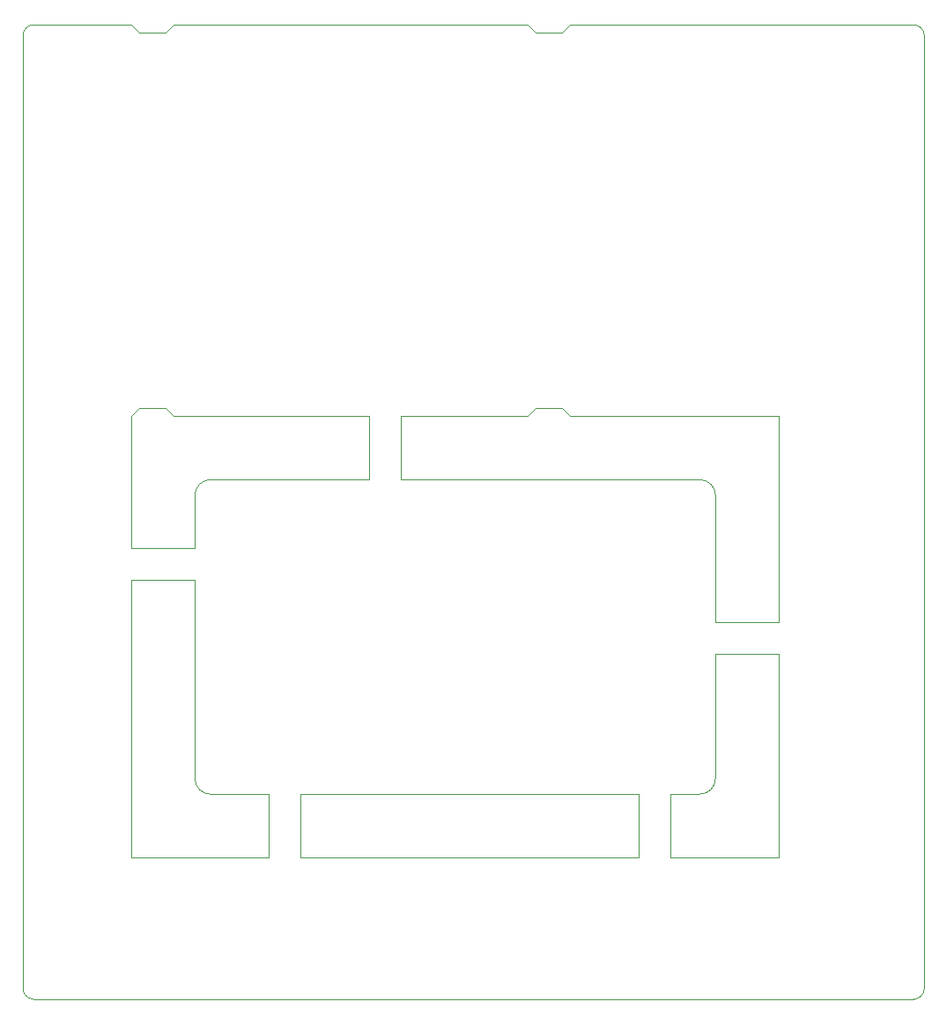
<source format=gm1>
%TF.GenerationSoftware,KiCad,Pcbnew,(6.0.2)*%
%TF.CreationDate,2022-03-08T19:39:46+11:00*%
%TF.ProjectId,VIPBoard,56495042-6f61-4726-942e-6b696361645f,rev?*%
%TF.SameCoordinates,Original*%
%TF.FileFunction,Profile,NP*%
%FSLAX46Y46*%
G04 Gerber Fmt 4.6, Leading zero omitted, Abs format (unit mm)*
G04 Created by KiCad (PCBNEW (6.0.2)) date 2022-03-08 19:39:46*
%MOMM*%
%LPD*%
G01*
G04 APERTURE LIST*
%TA.AperFunction,Profile*%
%ADD10C,0.100000*%
%TD*%
G04 APERTURE END LIST*
D10*
X97790000Y-161925000D02*
X97790000Y-70358000D01*
X150368000Y-106934000D02*
X170434000Y-106934000D01*
X108204000Y-69342000D02*
X98806000Y-69342000D01*
X114300000Y-122682000D02*
X108204000Y-122682000D01*
X134112000Y-113030000D02*
X162814000Y-113030000D01*
X124460000Y-143256000D02*
X156972000Y-143256000D01*
X160020000Y-143256000D02*
X160020000Y-149352000D01*
X162813999Y-143256001D02*
G75*
G03*
X164337999Y-141732001I-3J1524003D01*
G01*
X162813999Y-143256001D02*
X160020000Y-143256000D01*
X114299999Y-141732001D02*
G75*
G03*
X115823999Y-143256001I1524003J3D01*
G01*
X112268000Y-69342000D02*
X111506000Y-70104000D01*
X146304000Y-106934000D02*
X134112000Y-106934000D01*
X146304000Y-106934000D02*
X147066000Y-106172000D01*
X97790000Y-161925000D02*
G75*
G03*
X98806000Y-162941000I1016002J2D01*
G01*
X170434000Y-106934000D02*
X170434000Y-126746000D01*
X160020000Y-149352000D02*
X170434000Y-149352000D01*
X114300000Y-119634000D02*
X114300001Y-114554001D01*
X108966000Y-106172000D02*
X111506000Y-106172000D01*
X115824001Y-113030001D02*
G75*
G03*
X114300001Y-114554001I3J-1524003D01*
G01*
X108966000Y-70104000D02*
X108204000Y-69342000D01*
X111506000Y-106172000D02*
X112268000Y-106934000D01*
X170434000Y-129794000D02*
X164338000Y-129794000D01*
X156972000Y-149352000D02*
X124460000Y-149352000D01*
X108204000Y-149352000D02*
X121412000Y-149352000D01*
X134112000Y-113030000D02*
X134112000Y-106934000D01*
X170434000Y-149352000D02*
X170434000Y-129794000D01*
X183388000Y-162941000D02*
X98806000Y-162941000D01*
X156972000Y-143256000D02*
X156972000Y-149352000D01*
X170434000Y-126746000D02*
X164338000Y-126746000D01*
X108204000Y-106934000D02*
X108966000Y-106172000D01*
X115824001Y-113030001D02*
X131064000Y-113030000D01*
X121412000Y-143256000D02*
X121412000Y-149352000D01*
X114300000Y-122682000D02*
X114300000Y-141732000D01*
X149606000Y-106172000D02*
X150368000Y-106934000D01*
X150368000Y-69342000D02*
X183388000Y-69342000D01*
X98806000Y-69342000D02*
G75*
G03*
X97790000Y-70358000I2J-1016002D01*
G01*
X114300000Y-119634000D02*
X108204000Y-119634000D01*
X131064000Y-113030000D02*
X131064000Y-106934000D01*
X124460000Y-143256000D02*
X124460000Y-149352000D01*
X183388000Y-162941000D02*
G75*
G03*
X184404000Y-161925000I-2J1016002D01*
G01*
X164338000Y-129794000D02*
X164338000Y-141732000D01*
X164338000Y-114554000D02*
G75*
G03*
X162814000Y-113030000I-1524003J-3D01*
G01*
X108204000Y-119634000D02*
X108204000Y-106934000D01*
X184404000Y-70358000D02*
X184404000Y-161925000D01*
X184404000Y-70358000D02*
G75*
G03*
X183388000Y-69342000I-1016002J-2D01*
G01*
X149606000Y-70104000D02*
X147066000Y-70104000D01*
X147066000Y-106172000D02*
X149606000Y-106172000D01*
X112268000Y-106934000D02*
X131064000Y-106934000D01*
X164338000Y-126746000D02*
X164338000Y-114554000D01*
X146304000Y-69342000D02*
X112268000Y-69342000D01*
X108204000Y-122682000D02*
X108204000Y-149352000D01*
X121412000Y-143256000D02*
X115823999Y-143256001D01*
X150368000Y-69342000D02*
X149606000Y-70104000D01*
X147066000Y-70104000D02*
X146304000Y-69342000D01*
X111506000Y-70104000D02*
X108966000Y-70104000D01*
M02*

</source>
